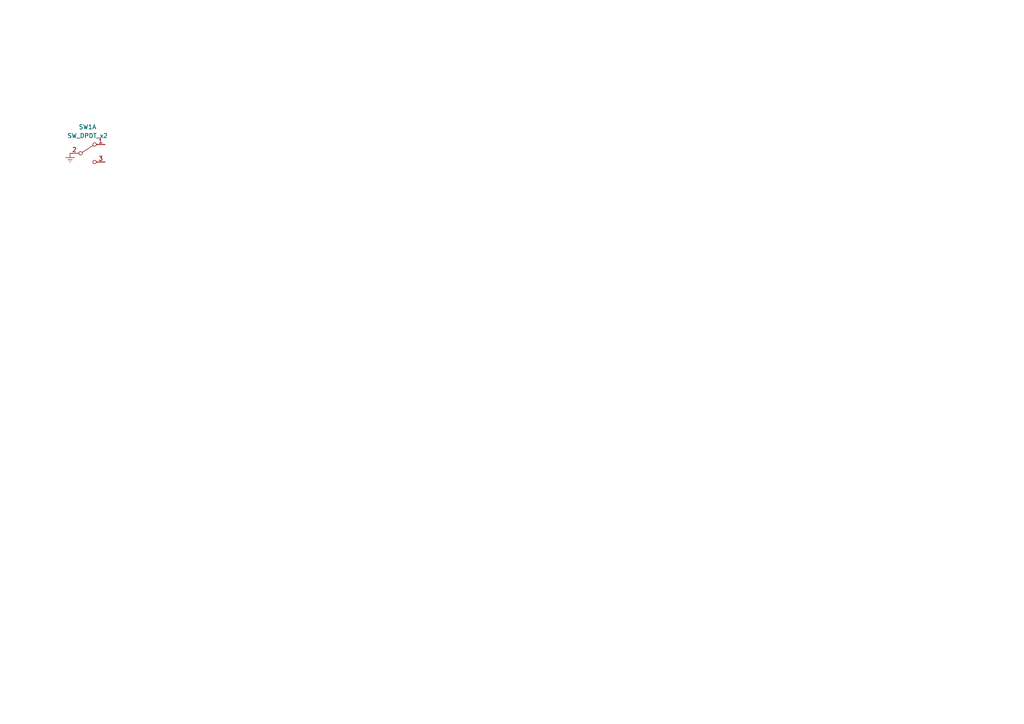
<source format=kicad_sch>
(kicad_sch (version 20230121) (generator eeschema)
  (paper "A4")
  (lib_symbols
    (symbol "Switch:SW_DPDT_x2" (pin_names (offset 0) hide)
      (property "Reference" "SW" (at 0 4.318 0))
      (property "Value" "SW_DPDT_x2" (at 0 -5.08 0))
      (symbol "SW_DPDT_x2_0_0"
        (circle (center -2.032 0) (radius 0.508))
        (circle (center 2.032 -2.54) (radius 0.508))
      )
      (symbol "SW_DPDT_x2_0_1"
        (polyline (pts (xy -1.524 0.254) (xy 1.651 2.286)))
        (circle (center 2.032 2.54) (radius 0.508))
      )
      (symbol "SW_DPDT_x2_1_1"
        (pin passive line (at 5.08 2.54 180) (length 2.54) (name "A") (number "1"))
        (pin passive line (at -5.08 0 0) (length 2.54) (name "B") (number "2"))
        (pin passive line (at 5.08 -2.54 180) (length 2.54) (name "C") (number "3"))
      )
      (symbol "SW_DPDT_x2_2_1"
        (pin passive line (at 5.08 2.54 180) (length 2.54) (name "A") (number "4"))
        (pin passive line (at -5.08 0 0) (length 2.54) (name "B") (number "5"))
        (pin passive line (at 5.08 -2.54 180) (length 2.54) (name "C") (number "6"))
      )
    )
    (symbol "power:Earth" (power) (pin_names (offset 0))
      (symbol "Earth_0_1"
        (polyline (pts (xy -0.635 -1.905) (xy 0.635 -1.905)))
        (polyline (pts (xy -0.127 -2.54) (xy 0.127 -2.54)))
        (polyline (pts (xy 0 -1.27) (xy 0 0)))
        (polyline (pts (xy 1.27 -1.27) (xy -1.27 -1.27)))
      )
      (symbol "Earth_1_1"
        (pin power_in line (at 0 0 270) (length 0) hide (name "Earth") (number "1"))
      )
    )
  )
  (symbol (lib_id "power:Earth") (at 20.32 44.45 0) (unit 1)
    (property "Reference" "#PWR01" (effects hide))
    (property "Value" "Earth" (effects hide))
  )
  (symbol (lib_id "Switch:SW_DPDT_x2") (at 25.4 44.45 0) (unit 1)
    (property "Reference" "SW1" (at 25.4 36.83 0))
    (property "Value" "SW_DPDT_x2" (at 25.4 39.37 0))
  )
)
</source>
